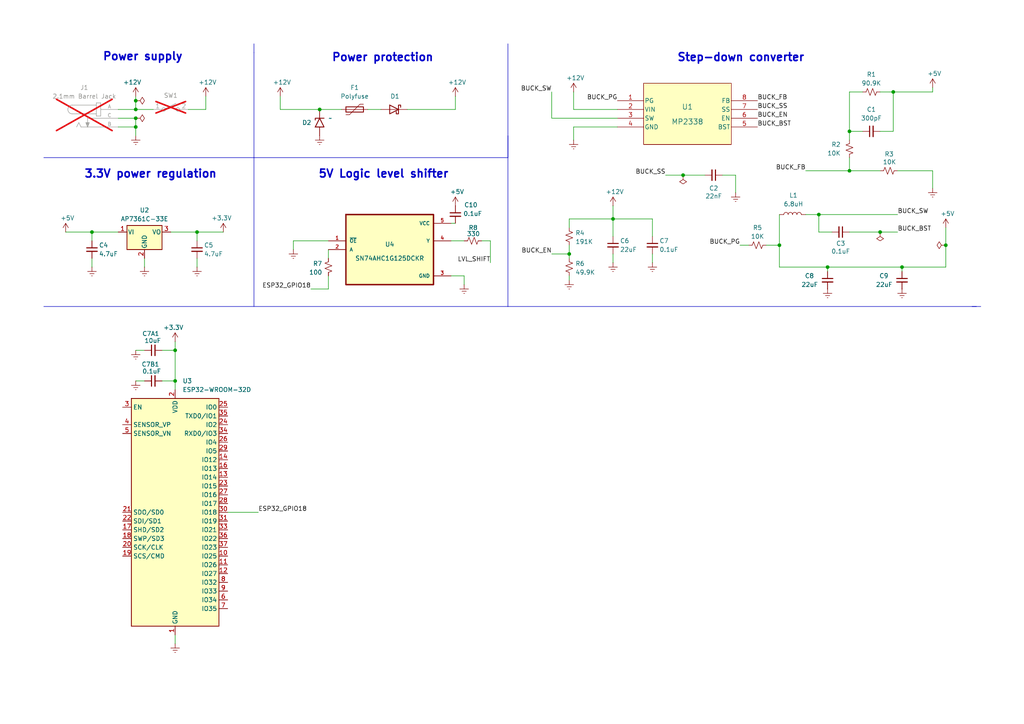
<source format=kicad_sch>
(kicad_sch (version 20250114) (generator "eeschema") (generator_version "9.0")
  (paper "A4")
  (title_block (title "LumenLab") (date "2025-08-31") (rev "v1") (comment 2 "             retro gaming and visual animations.") (comment 3 "Description: An interactive LED strip entertainment platform for") (comment 4 "Author: Eric McDaniel"))
  (lib_symbols
    (symbol "1_Custom_BarrelJack:54-00129" (pin_names (offset 1.016))
      (property "Reference" "J" (at -7.62 5.08 0))
      (property "Value" "54-00129" (at -7.62 -5.08 0))
      (symbol "54-00129_0_0"
        (polyline (pts (xy -8.255 3.81) (xy -1.27 3.81)) (stroke (width 0.1524)))
        (arc (start -8.255 1.27) (mid -9.5194 2.54) (end -8.255 3.81) (stroke (width 0.1524)))
        (polyline (pts (xy -6.35 -1.27) (xy -6.985 -2.54)) (stroke (width 0.1524)))
        (polyline (pts (xy -5.715 -2.54) (xy -6.35 -1.27)) (stroke (width 0.1524)))
        (polyline (pts (xy -3.81 0) (xy -3.81 -2.54)) (stroke (width 0.1524)))
        (polyline (pts (xy -3.81 -2.54) (xy -4.318 -1.27) (xy -3.302 -1.27) (xy -3.81 -2.54)) (stroke (width 0.1524)) (fill (type outline)))
        (polyline (pts (xy -1.27 4.445) (xy -1.27 3.81)) (stroke (width 0.1524)))
        (polyline (pts (xy -1.27 3.81) (xy -1.27 1.27)) (stroke (width 0.1524)))
        (polyline (pts (xy -1.27 1.27) (xy -8.255 1.27)) (stroke (width 0.1524)))
        (polyline (pts (xy -1.27 1.27) (xy -1.27 0.635)) (stroke (width 0.1524)))
        (polyline (pts (xy -1.27 0.635) (xy 0 0.635)) (stroke (width 0.1524)))
        (polyline (pts (xy 0 4.445) (xy -1.27 4.445)) (stroke (width 0.1524)))
        (polyline (pts (xy 0 0.635) (xy 0 4.445)) (stroke (width 0.1524)))
        (polyline (pts (xy 0 0) (xy -3.81 0)) (stroke (width 0.1524)))
        (polyline (pts (xy 0 -2.54) (xy -5.715 -2.54)) (stroke (width 0.1524)))
        (pin passive line (at 5.08 2.54 180) (length 5.08) (name "~") (number "A"))
        (pin passive line (at 5.08 0 180) (length 5.08) (name "~") (number "C"))
        (pin passive line (at 5.08 -2.54 180) (length 5.08) (name "~") (number "B"))
      )
    )
    (symbol "1_Custom_MP2338:MP2338GTL-Z" (pin_names (offset 0.254))
      (property "Reference" "U1" (at 20.32 -1.778 0))
      (property "Value" "MP2338" (at 20.32 -6.096 0))
      (symbol "MP2338GTL-Z_0_1"
        (polyline (pts (xy 7.62 5.08) (xy 7.62 -12.7)) (stroke (width 0.127)))
        (polyline (pts (xy 7.62 -12.7) (xy 33.02 -12.7)) (stroke (width 0.127)))
        (polyline (pts (xy 33.02 5.08) (xy 7.62 5.08)) (stroke (width 0.127)))
        (polyline (pts (xy 33.02 -12.7) (xy 33.02 5.08)) (stroke (width 0.127)))
        (pin output line (at 0 0 0) (length 7.62) (name "PG") (number "1"))
        (pin power_in line (at 0 -2.54 0) (length 7.62) (name "VIN") (number "2"))
        (pin power_in line (at 0 -7.62 0) (length 7.62) (name "GND") (number "4"))
        (pin input line (at 40.64 -5.08 180) (length 7.62) (name "EN") (number "6"))
        (pin power_in line (at 40.64 -7.62 180) (length 7.62) (name "BST") (number "5"))
      )
      (symbol "MP2338GTL-Z_1_1"
        (rectangle (start 7.62 5.08) (end 33.02 -12.7) (fill (type color) (color 255 255 194 1)))
        (pin power_out line (at 0 -5.08 0) (length 7.62) (name "SW") (number "3"))
        (pin input line (at 40.64 0 180) (length 7.62) (name "FB") (number "8"))
        (pin passive line (at 40.64 -2.54 180) (length 7.62) (name "SS") (number "7"))
      )
    )
    (symbol "1_Custom_SN74AHC1G125DCKR:SN74AHC1G125DCKR" (pin_names (offset 1.016))
      (property "Reference" "U" (at -12.7 11.16 0))
      (property "Value" "SN74AHC1G125DCKR" (at -12.7 -14.16 0))
      (symbol "SN74AHC1G125DCKR_0_0"
        (rectangle (start -12.7 -10.16) (end 12.7 10.16) (stroke (width 0.41)) (fill (type background)))
        (pin input line (at -17.78 2.54 0) (length 5.08) (name "~{OE}") (number "1"))
        (pin input line (at -17.78 0 0) (length 5.08) (name "A") (number "2"))
        (pin power_in line (at 17.78 7.62 180) (length 5.08) (name "VCC") (number "5"))
        (pin output line (at 17.78 2.54 180) (length 5.08) (name "Y") (number "4"))
        (pin power_in line (at 17.78 -7.62 180) (length 5.08) (name "GND") (number "3"))
      )
    )
    (symbol "Device:C_Small" (pin_numbers (hide yes)) (pin_names (offset 0.254) (hide yes))
      (property "Reference" "C" (at 0.254 1.778 0))
      (property "Value" "C_Small" (at 0.254 -2.032 0))
      (symbol "C_Small_0_1"
        (polyline (pts (xy -1.524 0.508) (xy 1.524 0.508)) (stroke (width 0.3048)))
        (polyline (pts (xy -1.524 -0.508) (xy 1.524 -0.508)) (stroke (width 0.3302)))
      )
      (symbol "C_Small_1_1"
        (pin passive line (at 0 2.54 270) (length 2.032) (name "~") (number "1"))
        (pin passive line (at 0 -2.54 90) (length 2.032) (name "~") (number "2"))
      )
    )
    (symbol "Device:L" (pin_numbers (hide yes)) (pin_names (offset 1.016) (hide yes))
      (property "Reference" "L" (at -1.27 0 90))
      (property "Value" "L" (at 1.905 0 90))
      (symbol "L_0_1"
        (arc (start 0 2.54) (mid 0.6323 1.905) (end 0 1.27))
        (arc (start 0 1.27) (mid 0.6323 0.635) (end 0 0))
        (arc (start 0 0) (mid 0.6323 -0.635) (end 0 -1.27))
        (arc (start 0 -1.27) (mid 0.6323 -1.905) (end 0 -2.54))
      )
      (symbol "L_1_1"
        (pin passive line (at 0 3.81 270) (length 1.27) (name "1") (number "1"))
        (pin passive line (at 0 -3.81 90) (length 1.27) (name "2") (number "2"))
      )
    )
    (symbol "Device:Polyfuse" (pin_numbers (hide yes)) (pin_names (offset 0))
      (property "Reference" "F" (at -2.54 0 90))
      (property "Value" "Polyfuse" (at 2.54 0 90))
      (symbol "Polyfuse_0_1"
        (polyline (pts (xy -1.524 2.54) (xy -1.524 1.524) (xy 1.524 -1.524) (xy 1.524 -2.54)))
        (rectangle (start -0.762 2.54) (end 0.762 -2.54) (stroke (width 0.254)))
        (polyline (pts (xy 0 2.54) (xy 0 -2.54)))
      )
      (symbol "Polyfuse_1_1"
        (pin passive line (at 0 3.81 270) (length 1.27) (name "~") (number "1"))
        (pin passive line (at 0 -3.81 90) (length 1.27) (name "~") (number "2"))
      )
    )
    (symbol "Device:R_Small_US" (pin_numbers (hide yes)) (pin_names (offset 0.254) (hide yes))
      (property "Reference" "R" (at 0.762 0.508 0))
      (property "Value" "R_Small_US" (at 0.762 -1.016 0))
      (symbol "R_Small_US_1_1"
        (polyline (pts (xy 0 1.524) (xy 1.016 1.143) (xy 0 0.762) (xy -1.016 0.381) (xy 0 0)))
        (polyline (pts (xy 0 0) (xy 1.016 -0.381) (xy 0 -0.762) (xy -1.016 -1.143) (xy 0 -1.524)))
        (pin passive line (at 0 2.54 270) (length 1.016) (name "~") (number "1"))
        (pin passive line (at 0 -2.54 90) (length 1.016) (name "~") (number "2"))
      )
    )
    (symbol "Diode:1.5SMCxxA" (pin_numbers (hide yes)) (pin_names (offset 1.016) (hide yes))
      (property "Reference" "D" (at 0 2.54 0))
      (property "Value" "1.5SMCxxA" (at 0 -2.54 0))
      (symbol "1.5SMCxxA_0_1"
        (polyline (pts (xy -0.762 1.27) (xy -1.27 1.27) (xy -1.27 -1.27)) (stroke (width 0.254)))
        (polyline (pts (xy 1.27 1.27) (xy 1.27 -1.27) (xy -1.27 0) (xy 1.27 1.27)) (stroke (width 0.254)))
      )
      (symbol "1.5SMCxxA_1_1"
        (pin passive line (at -3.81 0 0) (length 2.54) (name "A1") (number "1"))
        (pin passive line (at 3.81 0 180) (length 2.54) (name "A2") (number "2"))
      )
    )
    (symbol "Diode:SS34" (pin_numbers (hide yes)) (pin_names (offset 1.016) (hide yes))
      (property "Reference" "D" (at 0 2.54 0))
      (property "Value" "SS34" (at 0 -2.54 0))
      (symbol "SS34_0_1"
        (polyline (pts (xy -1.905 0.635) (xy -1.905 1.27) (xy -1.27 1.27) (xy -1.27 -1.27) (xy -0.635 -1.27) (xy -0.635 -0.635)) (stroke (width 0.254)))
        (polyline (pts (xy 1.27 1.27) (xy 1.27 -1.27) (xy -1.27 0) (xy 1.27 1.27)) (stroke (width 0.254)))
        (polyline (pts (xy 1.27 0) (xy -1.27 0)))
      )
      (symbol "SS34_1_1"
        (pin passive line (at -3.81 0 0) (length 2.54) (name "K") (number "1"))
        (pin passive line (at 3.81 0 180) (length 2.54) (name "A") (number "2"))
      )
    )
    (symbol "RF_Module:ESP32-WROOM-32D"
      (property "Reference" "U" (at -12.7 34.29 0))
      (property "Value" "ESP32-WROOM-32D" (at 1.27 34.29 0))
      (symbol "ESP32-WROOM-32D_0_1"
        (rectangle (start -12.7 33.02) (end 12.7 -33.02) (stroke (width 0.254)) (fill (type background)))
      )
      (symbol "ESP32-WROOM-32D_1_1"
        (pin input line (at -15.24 30.48 0) (length 2.54) (name "EN") (number "3"))
        (pin input line (at -15.24 25.4 0) (length 2.54) (name "SENSOR_VP") (number "4"))
        (pin input line (at -15.24 22.86 0) (length 2.54) (name "SENSOR_VN") (number "5"))
        (pin bidirectional line (at -15.24 0 0) (length 2.54) (name "SDO/SD0") (number "21"))
        (pin bidirectional line (at -15.24 -2.54 0) (length 2.54) (name "SDI/SD1") (number "22"))
        (pin bidirectional line (at -15.24 -5.08 0) (length 2.54) (name "SHD/SD2") (number "17"))
        (pin bidirectional line (at -15.24 -7.62 0) (length 2.54) (name "SWP/SD3") (number "18"))
        (pin bidirectional line (at -15.24 -10.16 0) (length 2.54) (name "SCK/CLK") (number "20"))
        (pin bidirectional line (at -15.24 -12.7 0) (length 2.54) (name "SCS/CMD") (number "19"))
        (pin no_connect line (at -12.7 -27.94 0) (length 2.54) (hide yes) (name "NC") (number "32"))
        (pin power_in line (at 0 35.56 270) (length 2.54) (name "VDD") (number "2"))
        (pin power_in line (at 0 -35.56 90) (length 2.54) (name "GND") (number "1"))
        (pin passive line (at 0 -35.56 90) (length 2.54) (hide yes) (name "GND") (number "15"))
        (pin passive line (at 0 -35.56 90) (length 2.54) (hide yes) (name "GND") (number "38"))
        (pin passive line (at 0 -35.56 90) (length 2.54) (hide yes) (name "GND") (number "39"))
        (pin bidirectional line (at 15.24 30.48 180) (length 2.54) (name "IO0") (number "25"))
        (pin bidirectional line (at 15.24 27.94 180) (length 2.54) (name "TXD0/IO1") (number "35"))
        (pin bidirectional line (at 15.24 25.4 180) (length 2.54) (name "IO2") (number "24"))
        (pin bidirectional line (at 15.24 22.86 180) (length 2.54) (name "RXD0/IO3") (number "34"))
        (pin bidirectional line (at 15.24 20.32 180) (length 2.54) (name "IO4") (number "26"))
        (pin bidirectional line (at 15.24 17.78 180) (length 2.54) (name "IO5") (number "29"))
        (pin bidirectional line (at 15.24 15.24 180) (length 2.54) (name "IO12") (number "14"))
        (pin bidirectional line (at 15.24 12.7 180) (length 2.54) (name "IO13") (number "16"))
        (pin bidirectional line (at 15.24 10.16 180) (length 2.54) (name "IO14") (number "13"))
        (pin bidirectional line (at 15.24 7.62 180) (length 2.54) (name "IO15") (number "23"))
        (pin bidirectional line (at 15.24 5.08 180) (length 2.54) (name "IO16") (number "27"))
        (pin bidirectional line (at 15.24 2.54 180) (length 2.54) (name "IO17") (number "28"))
        (pin bidirectional line (at 15.24 0 180) (length 2.54) (name "IO18") (number "30"))
        (pin bidirectional line (at 15.24 -2.54 180) (length 2.54) (name "IO19") (number "31"))
        (pin bidirectional line (at 15.24 -5.08 180) (length 2.54) (name "IO21") (number "33"))
        (pin bidirectional line (at 15.24 -7.62 180) (length 2.54) (name "IO22") (number "36"))
        (pin bidirectional line (at 15.24 -10.16 180) (length 2.54) (name "IO23") (number "37"))
        (pin bidirectional line (at 15.24 -12.7 180) (length 2.54) (name "IO25") (number "10"))
        (pin bidirectional line (at 15.24 -15.24 180) (length 2.54) (name "IO26") (number "11"))
        (pin bidirectional line (at 15.24 -17.78 180) (length 2.54) (name "IO27") (number "12"))
        (pin bidirectional line (at 15.24 -20.32 180) (length 2.54) (name "IO32") (number "8"))
        (pin bidirectional line (at 15.24 -22.86 180) (length 2.54) (name "IO33") (number "9"))
        (pin input line (at 15.24 -25.4 180) (length 2.54) (name "IO34") (number "6"))
        (pin input line (at 15.24 -27.94 180) (length 2.54) (name "IO35") (number "7"))
      )
    )
    (symbol "Regulator_Linear:AP7361C-33E" (pin_names (offset 0.254))
      (property "Reference" "U" (at -3.81 3.175 0))
      (property "Value" "AP7361C-33E" (at 0 3.175 0))
      (symbol "AP7361C-33E_0_1"
        (rectangle (start -5.08 -5.08) (end 5.08 1.905) (stroke (width 0.254)) (fill (type background)))
      )
      (symbol "AP7361C-33E_1_1"
        (pin power_in line (at -7.62 0 0) (length 2.54) (name "VI") (number "1"))
        (pin power_in line (at 0 -7.62 90) (length 2.54) (name "GND") (number "2"))
        (pin power_out line (at 7.62 0 180) (length 2.54) (name "VO") (number "3"))
      )
    )
    (symbol "Switch:SW_SPST" (pin_names (offset 0) (hide yes))
      (property "Reference" "SW" (at 0 3.175 0))
      (property "Value" "SW_SPST" (at 0 -2.54 0))
      (symbol "SW_SPST_0_0"
        (circle (center -2.032 0) (radius 0.508))
        (polyline (pts (xy -1.524 0.254) (xy 1.524 1.778)))
        (circle (center 2.032 0) (radius 0.508))
      )
      (symbol "SW_SPST_1_1"
        (pin passive line (at -5.08 0 0) (length 2.54) (name "A") (number "1"))
        (pin passive line (at 5.08 0 180) (length 2.54) (name "B") (number "2"))
      )
    )
    (symbol "power:+12V" (power) (pin_numbers (hide yes)) (pin_names (offset 0) (hide yes))
      (property "Value" "+12V" (at 0 3.556 0))
      (symbol "+12V_0_1"
        (polyline (pts (xy -0.762 1.27) (xy 0 2.54)))
        (polyline (pts (xy 0 2.54) (xy 0.762 1.27)))
        (polyline (pts (xy 0 0) (xy 0 2.54)))
      )
      (symbol "+12V_1_1"
        (pin power_in line (at 0 0 90) (length 0) (name "~") (number "1"))
      )
    )
    (symbol "power:Earth" (power) (pin_numbers (hide yes)) (pin_names (offset 0) (hide yes))
      (property "Value" "Earth" (at 0 -3.81 0))
      (symbol "Earth_0_1"
        (polyline (pts (xy -0.635 -1.905) (xy 0.635 -1.905)))
        (polyline (pts (xy -0.127 -2.54) (xy 0.127 -2.54)))
        (polyline (pts (xy 0 -1.27) (xy 0 0)))
        (polyline (pts (xy 1.27 -1.27) (xy -1.27 -1.27)))
      )
      (symbol "Earth_1_1"
        (pin power_in line (at 0 0 270) (length 0) (name "~") (number "1"))
      )
    )
    (symbol "power:PWR_FLAG" (power) (pin_numbers (hide yes)) (pin_names (offset 0) (hide yes))
      (property "Value" "PWR_FLAG" (at 0 3.81 0))
      (symbol "PWR_FLAG_0_0"
        (pin power_out line (at 0 0 90) (length 0) (name "~") (number "1"))
      )
      (symbol "PWR_FLAG_0_1"
        (polyline (pts (xy 0 0) (xy 0 1.27) (xy -1.016 1.905) (xy 0 2.54) (xy 1.016 1.905) (xy 0 1.27)))
      )
    )
  )
  (text "Power supply" (at 41.402 16.51 0) (effects (font (size 2.286 2.286) (thickness 0.4572) (bold yes))))
  (text "Step-down converter" (at 214.884 16.764 0) (effects (font (size 2.286 2.286) (thickness 0.4572) (bold yes))))
  (text "Power protection" (at 110.998 16.764 0) (effects (font (size 2.286 2.286) (thickness 0.4572) (bold yes))))
  (text "5V Logic level shifter" (at 111.252 50.546 0) (effects (font (size 2.286 2.286) (thickness 0.4572) (bold yes))))
  (text "3.3V power regulation" (at 43.688 50.546 0) (effects (font (size 2.286 2.286) (thickness 0.4572) (bold yes))))
  (junction (at 39.37 29.21))
  (junction (at 259.08 26.67))
  (junction (at 226.06 71.12))
  (junction (at 255.27 67.31))
  (junction (at 92.71 31.75))
  (junction (at 26.67 67.31))
  (junction (at 237.49 62.23))
  (junction (at 177.8 63.5))
  (junction (at 240.03 77.47))
  (junction (at 57.15 67.31))
  (junction (at 198.12 50.8))
  (junction (at 246.38 38.1))
  (junction (at 39.37 34.29))
  (junction (at 39.37 36.83))
  (junction (at 165.1 73.66))
  (junction (at 246.38 49.53))
  (junction (at 50.8 110.49))
  (junction (at 50.8 101.6))
  (junction (at 261.62 77.47))
  (junction (at 39.37 31.75))
  (junction (at 274.32 71.12))
  (wire (pts (xy 226.06 62.23) (xy 226.06 71.12)))
  (wire (pts (xy 213.36 50.8) (xy 209.55 50.8)))
  (wire (pts (xy 226.06 71.12) (xy 226.06 77.47)))
  (wire (pts (xy 274.32 71.12) (xy 274.32 77.47)))
  (wire (pts (xy 132.08 27.94) (xy 132.08 31.75)))
  (wire (pts (xy 59.69 31.75) (xy 54.61 31.75)))
  (wire (pts (xy 213.36 55.88) (xy 213.36 50.8)))
  (wire (pts (xy 66.04 148.59) (xy 74.93 148.59)))
  (wire (pts (xy 260.35 49.53) (xy 270.51 49.53)))
  (wire (pts (xy 34.29 34.29) (xy 39.37 34.29)))
  (wire (pts (xy 85.09 69.85) (xy 95.25 69.85)))
  (wire (pts (xy 270.51 25.4) (xy 270.51 26.67)))
  (wire (pts (xy 246.38 49.53) (xy 255.27 49.53)))
  (wire (pts (xy 106.68 31.75) (xy 110.49 31.75)))
  (wire (pts (xy 237.49 62.23) (xy 237.49 67.31)))
  (wire (pts (xy 246.38 40.64) (xy 246.38 38.1)))
  (wire (pts (xy 130.81 64.77) (xy 132.08 64.77)))
  (wire (pts (xy 49.53 67.31) (xy 57.15 67.31)))
  (wire (pts (xy 165.1 73.66) (xy 165.1 74.93)))
  (wire (pts (xy 59.69 27.94) (xy 59.69 31.75)))
  (wire (pts (xy 50.8 184.15) (xy 50.8 186.69)))
  (wire (pts (xy 189.23 63.5) (xy 189.23 68.58)))
  (wire (pts (xy 166.37 40.64) (xy 166.37 36.83)))
  (wire (pts (xy 189.23 73.66) (xy 189.23 76.2)))
  (wire (pts (xy 39.37 101.6) (xy 41.91 101.6)))
  (wire (pts (xy 81.28 27.94) (xy 81.28 31.75)))
  (wire (pts (xy 57.15 77.47) (xy 57.15 74.93)))
  (wire (pts (xy 246.38 38.1) (xy 250.19 38.1)))
  (wire (pts (xy 255.27 38.1) (xy 259.08 38.1)))
  (polyline (pts (xy 73.66 12.7) (xy 73.66 15.24)))
  (wire (pts (xy 50.8 99.06) (xy 50.8 101.6)))
  (wire (pts (xy 19.05 67.31) (xy 26.67 67.31)))
  (wire (pts (xy 165.1 63.5) (xy 177.8 63.5)))
  (wire (pts (xy 34.29 31.75) (xy 39.37 31.75)))
  (wire (pts (xy 160.02 26.67) (xy 160.02 34.29)))
  (polyline (pts (xy 73.66 45.72) (xy 73.66 88.9)))
  (wire (pts (xy 166.37 36.83) (xy 179.07 36.83)))
  (wire (pts (xy 166.37 31.75) (xy 179.07 31.75)))
  (wire (pts (xy 193.04 50.8) (xy 198.12 50.8)))
  (wire (pts (xy 166.37 31.75) (xy 166.37 26.67)))
  (wire (pts (xy 95.25 80.01) (xy 95.25 83.82)))
  (wire (pts (xy 177.8 63.5) (xy 177.8 68.58)))
  (wire (pts (xy 233.68 62.23) (xy 237.49 62.23)))
  (wire (pts (xy 177.8 63.5) (xy 189.23 63.5)))
  (wire (pts (xy 177.8 59.69) (xy 177.8 63.5)))
  (wire (pts (xy 165.1 66.04) (xy 165.1 63.5)))
  (wire (pts (xy 198.12 50.8) (xy 204.47 50.8)))
  (wire (pts (xy 34.29 36.83) (xy 39.37 36.83)))
  (wire (pts (xy 255.27 67.31) (xy 260.35 67.31)))
  (wire (pts (xy 165.1 71.12) (xy 165.1 73.66)))
  (wire (pts (xy 50.8 110.49) (xy 50.8 113.03)))
  (wire (pts (xy 39.37 31.75) (xy 44.45 31.75)))
  (wire (pts (xy 39.37 36.83) (xy 39.37 39.37)))
  (wire (pts (xy 39.37 110.49) (xy 41.91 110.49)))
  (wire (pts (xy 222.25 71.12) (xy 226.06 71.12)))
  (wire (pts (xy 46.99 110.49) (xy 50.8 110.49)))
  (wire (pts (xy 160.02 34.29) (xy 179.07 34.29)))
  (wire (pts (xy 274.32 66.04) (xy 274.32 71.12)))
  (wire (pts (xy 246.38 45.72) (xy 246.38 49.53)))
  (wire (pts (xy 259.08 26.67) (xy 270.51 26.67)))
  (polyline (pts (xy 281.94 88.9) (xy 284.48 88.9)))
  (wire (pts (xy 50.8 101.6) (xy 50.8 110.49)))
  (wire (pts (xy 139.7 69.85) (xy 142.24 69.85)))
  (wire (pts (xy 130.81 80.01) (xy 134.62 80.01)))
  (wire (pts (xy 240.03 77.47) (xy 261.62 77.47)))
  (wire (pts (xy 118.11 31.75) (xy 132.08 31.75)))
  (polyline (pts (xy 73.66 45.72) (xy 147.32 45.72)))
  (wire (pts (xy 130.81 69.85) (xy 134.62 69.85)))
  (polyline (pts (xy 12.7 45.72) (xy 73.66 45.72)))
  (wire (pts (xy 39.37 31.75) (xy 39.37 29.21)))
  (wire (pts (xy 270.51 54.61) (xy 270.51 49.53)))
  (wire (pts (xy 177.8 73.66) (xy 177.8 76.2)))
  (wire (pts (xy 142.24 69.85) (xy 142.24 76.2)))
  (wire (pts (xy 165.1 80.01) (xy 165.1 81.28)))
  (wire (pts (xy 214.63 71.12) (xy 217.17 71.12)))
  (wire (pts (xy 134.62 80.01) (xy 134.62 82.55)))
  (wire (pts (xy 261.62 78.74) (xy 261.62 77.47)))
  (wire (pts (xy 246.38 26.67) (xy 250.19 26.67)))
  (wire (pts (xy 90.17 83.82) (xy 95.25 83.82)))
  (polyline (pts (xy 147.32 88.9) (xy 283.21 88.9)))
  (polyline (pts (xy 73.66 15.24) (xy 73.66 45.72)))
  (wire (pts (xy 81.28 31.75) (xy 92.71 31.75)))
  (wire (pts (xy 92.71 31.75) (xy 99.06 31.75)))
  (wire (pts (xy 41.91 77.47) (xy 41.91 74.93)))
  (polyline (pts (xy 147.32 39.37) (xy 147.32 88.9)))
  (wire (pts (xy 57.15 69.85) (xy 57.15 67.31)))
  (wire (pts (xy 64.77 67.31) (xy 57.15 67.31)))
  (wire (pts (xy 259.08 38.1) (xy 259.08 26.67)))
  (wire (pts (xy 26.67 67.31) (xy 34.29 67.31)))
  (wire (pts (xy 26.67 77.47) (xy 26.67 74.93)))
  (wire (pts (xy 226.06 77.47) (xy 240.03 77.47)))
  (wire (pts (xy 95.25 72.39) (xy 95.25 74.93)))
  (wire (pts (xy 85.09 72.39) (xy 85.09 69.85)))
  (wire (pts (xy 246.38 67.31) (xy 255.27 67.31)))
  (wire (pts (xy 46.99 101.6) (xy 50.8 101.6)))
  (wire (pts (xy 261.62 77.47) (xy 274.32 77.47)))
  (wire (pts (xy 237.49 62.23) (xy 260.35 62.23)))
  (wire (pts (xy 26.67 69.85) (xy 26.67 67.31)))
  (wire (pts (xy 160.02 73.66) (xy 165.1 73.66)))
  (wire (pts (xy 246.38 38.1) (xy 246.38 26.67)))
  (wire (pts (xy 39.37 34.29) (xy 39.37 36.83)))
  (wire (pts (xy 237.49 67.31) (xy 241.3 67.31)))
  (wire (pts (xy 255.27 26.67) (xy 259.08 26.67)))
  (wire (pts (xy 233.68 49.53) (xy 246.38 49.53)))
  (wire (pts (xy 39.37 29.21) (xy 39.37 27.94)))
  (polyline (pts (xy 12.7 88.9) (xy 147.32 88.9)))
  (polyline (pts (xy 147.32 12.7) (xy 147.32 45.72)))
  (wire (pts (xy 240.03 78.74) (xy 240.03 77.47)))
  (label "BUCK_BST" (at 260.35 67.31 0))
  (label "BUCK_SW" (at 260.35 62.23 0))
  (label "BUCK_SW" (at 160.02 26.67 180))
  (label "ESP32_GPIO18" (at 74.93 148.59 0))
  (label "BUCK_PG" (at 179.07 29.21 180))
  (label "BUCK_FB" (at 233.68 49.53 180))
  (label "BUCK_SS" (at 193.04 50.8 180))
  (label "BUCK_PG" (at 214.63 71.12 180))
  (label "BUCK_FB" (at 219.71 29.21 0))
  (label "ESP32_GPIO18" (at 90.17 83.82 180))
  (label "BUCK_BST" (at 219.71 36.83 0))
  (label "BUCK_EN" (at 219.71 34.29 0))
  (label "LVL_SHIFT" (at 142.24 76.2 180))
  (label "BUCK_SS" (at 219.71 31.75 0))
  (label "BUCK_EN" (at 160.02 73.66 180))
  (symbol (lib_id "Device:C_Small") (at 177.8 71.12 0) (unit 1)
    (property "Reference" "C6" (at 179.832 69.85 0) (effects (justify left)))
    (property "Value" "22uF" (at 179.832 72.39 0) (effects (justify left)))
    (property "Footprint" "Capacitor_SMD:C_1210_3225Metric_Pad1.33x2.70mm_HandSolder" (effects (hide yes)))
    (property "Description" "Unpolarized capacitor, small symbol" (effects (hide yes)))
  )
  (symbol (lib_id "power:PWR_FLAG") (at 274.32 71.12 90) (unit 1)
    (property "Reference" "#FLG05" (effects (hide yes)))
    (property "Value" "PWR_FLAG" (effects (hide yes)))
    (property "Description" "Special symbol for telling ERC where power comes from" (effects (hide yes)))
  )
  (symbol (lib_id "Device:R_Small_US") (at 257.81 49.53 90) (unit 1)
    (property "Reference" "R3" (at 256.54 44.704 90) (effects (justify right)))
    (property "Value" "10K" (at 256.032 46.99 90) (effects (justify right)))
    (property "Footprint" "Resistor_SMD:R_0603_1608Metric_Pad0.98x0.95mm_HandSolder" (effects (hide yes)))
    (property "Description" "Resistor, small US symbol" (effects (hide yes)))
  )
  (symbol (lib_id "Device:C_Small") (at 44.45 110.49 90) (unit 1)
    (property "Reference" "C7B1" (at 46.228 105.664 90) (effects (justify left)))
    (property "Value" "0.1uF" (at 46.736 107.696 90) (effects (justify left)))
    (property "Footprint" "Capacitor_SMD:C_1210_3225Metric_Pad1.33x2.70mm_HandSolder" (effects (hide yes)))
    (property "Description" "Unpolarized capacitor, small symbol" (effects (hide yes)))
  )
  (symbol (lib_id "Device:C_Small") (at 26.67 72.39 0) (unit 1)
    (property "Reference" "C4" (at 28.702 71.12 0) (effects (justify left)))
    (property "Value" "4.7uF" (at 28.702 73.66 0) (effects (justify left)))
    (property "Footprint" "Capacitor_SMD:C_0603_1608Metric_Pad1.08x0.95mm_HandSolder" (effects (hide yes)))
    (property "Description" "Unpolarized capacitor, small symbol" (effects (hide yes)))
  )
  (symbol (lib_id "power:+12V") (at 59.69 27.94 0) (unit 1)
    (property "Reference" "#PWR04" (effects (hide yes)))
    (property "Value" "+12V" (at 60.198 23.876 0))
    (property "Description" "Power symbol creates a global label with name \"+12V\"" (effects (hide yes)))
  )
  (symbol (lib_id "1_Custom_MP2338:MP2338GTL-Z") (at 179.07 29.21 0) (unit 1)
    (property "Reference" "U1" (at 199.39 30.988 0) (effects (font (size 1.524 1.524))))
    (property "Value" "MP2338" (at 199.39 35.306 0) (effects (font (size 1.524 1.524))))
    (property "Footprint" "SOT583_MP2338_MNP" (effects (hide yes)))
    (property "Datasheet" "https://www.monolithicpower.com/en/documentview/productdocument/index/version/2/document_type/Datasheet/lang/en/sku/MP2338GTL" (effects (hide yes)))
  )
  (symbol (lib_id "Device:C_Small") (at 189.23 71.12 0) (unit 1)
    (property "Reference" "C7" (at 191.262 69.85 0) (effects (justify left)))
    (property "Value" "0.1uF" (at 191.262 72.39 0) (effects (justify left)))
    (property "Footprint" "Capacitor_SMD:C_0603_1608Metric_Pad1.08x0.95mm_HandSolder" (effects (hide yes)))
    (property "Description" "Unpolarized capacitor, small symbol" (effects (hide yes)))
  )
  (symbol (lib_id "Device:L") (at 229.87 62.23 90) (unit 1)
    (property "Reference" "L1" (at 230.124 56.642 90))
    (property "Value" "6.8uH" (at 230.124 59.182 90))
    (property "Footprint" "Inductor_SMD:L_Bourns_SRP5030T" (effects (hide yes)))
    (property "Description" "Inductor" (effects (hide yes)))
  )
  (symbol (lib_id "Regulator_Linear:AP7361C-33E") (at 41.91 67.31 0) (unit 1)
    (property "Reference" "U2" (at 41.91 60.96 0))
    (property "Value" "AP7361C-33E" (at 41.91 63.5 0))
    (property "Footprint" "Package_TO_SOT_SMD:SOT-223-3_TabPin2" (effects (hide yes)))
    (property "Datasheet" "https://www.diodes.com/assets/Datasheets/AP7361C.pdf" (effects (hide yes)))
    (property "Description" "1A Low Dropout regulator, positive, 3.3V fixed output, SOT-223" (effects (hide yes)))
  )
  (symbol (lib_id "power:+12V") (at 177.8 59.69 0) (unit 1)
    (property "Reference" "#PWR010" (effects (hide yes)))
    (property "Value" "+12V" (at 178.308 55.626 0))
    (property "Description" "Power symbol creates a global label with name \"+12V\"" (effects (hide yes)))
  )
  (symbol (lib_id "power:Earth") (at 41.91 77.47 0) (unit 1)
    (property "Reference" "#GND04" (effects (hide yes)))
    (property "Value" "GND" (effects (hide yes)))
    (property "Description" "Power symbol creates a global label with name \"Earth\"" (effects (hide yes)))
  )
  (symbol (lib_id "Device:C_Small") (at 207.01 50.8 270) (unit 1)
    (property "Reference" "C2" (at 207.0037 54.61 90))
    (property "Value" "22nF" (at 207.01 56.896 90))
    (property "Footprint" "Capacitor_SMD:C_0603_1608Metric_Pad1.08x0.95mm_HandSolder" (effects (hide yes)))
    (property "Description" "Unpolarized capacitor, small symbol" (effects (hide yes)))
  )
  (symbol (lib_id "Device:C_Small") (at 132.08 62.23 0) (unit 1)
    (property "Reference" "C10" (at 134.62 59.436 0) (effects (justify left)))
    (property "Value" "0.1uF" (at 134.366 61.976 0) (effects (justify left)))
    (property "Footprint" "Capacitor_SMD:C_1210_3225Metric_Pad1.33x2.70mm_HandSolder" (effects (hide yes)))
    (property "Description" "Unpolarized capacitor, small symbol" (effects (hide yes)))
  )
  (symbol (lib_id "power:Earth") (at 39.37 101.6 0) (unit 1)
    (property "Reference" "#GND06" (effects (hide yes)))
    (property "Value" "GND" (effects (hide yes)))
    (property "Description" "Power symbol creates a global label with name \"Earth\"" (effects (hide yes)))
  )
  (symbol (lib_id "power:Earth") (at 26.67 77.47 0) (unit 1)
    (property "Reference" "#GND03" (effects (hide yes)))
    (property "Value" "GND" (effects (hide yes)))
    (property "Description" "Power symbol creates a global label with name \"Earth\"" (effects (hide yes)))
  )
  (symbol (lib_id "power:Earth") (at 39.37 39.37 0) (unit 1)
    (property "Reference" "#GND01" (effects (hide yes)))
    (property "Value" "GND" (effects (hide yes)))
    (property "Description" "Power symbol creates a global label with name \"Earth\"" (effects (hide yes)))
  )
  (symbol (lib_id "Device:C_Small") (at 240.03 81.28 0) (unit 1)
    (property "Reference" "C8" (at 233.426 80.01 0) (effects (justify left)))
    (property "Value" "22uF" (at 232.41 82.55 0) (effects (justify left)))
    (property "Footprint" "Capacitor_SMD:C_1210_3225Metric_Pad1.33x2.70mm_HandSolder" (effects (hide yes)))
    (property "Description" "Unpolarized capacitor, small symbol" (effects (hide yes)))
  )
  (symbol (lib_id "power:+12V") (at 39.37 27.94 0) (unit 1)
    (property "Reference" "#PWR03" (effects (hide yes)))
    (property "Value" "+12V" (at 38.354 23.876 0))
    (property "Description" "Power symbol creates a global label with name \"+12V\"" (effects (hide yes)))
  )
  (symbol (lib_id "power:Earth") (at 92.71 39.37 0) (unit 1)
    (property "Reference" "#GND02" (effects (hide yes)))
    (property "Value" "GND" (effects (hide yes)))
    (property "Description" "Power symbol creates a global label with name \"Earth\"" (effects (hide yes)))
  )
  (symbol (lib_id "power:+12V") (at 274.32 66.04 0) (unit 1)
    (property "Reference" "#PWR011" (effects (hide yes)))
    (property "Value" "+5V" (at 274.828 61.976 0))
    (property "Description" "Power symbol creates a global label with name \"+12V\"" (effects (hide yes)))
  )
  (symbol (lib_id "power:+12V") (at 270.51 25.4 0) (unit 1)
    (property "Reference" "#PWR01" (effects (hide yes)))
    (property "Value" "+5V" (at 271.018 21.336 0))
    (property "Description" "Power symbol creates a global label with name \"+12V\"" (effects (hide yes)))
  )
  (symbol (lib_id "Device:R_Small_US") (at 219.71 71.12 90) (unit 1)
    (property "Reference" "R5" (at 219.71 66.04 90))
    (property "Value" "10K" (at 219.71 68.58 90))
    (property "Footprint" "Resistor_SMD:R_0603_1608Metric_Pad0.98x0.95mm_HandSolder" (effects (hide yes)))
    (property "Description" "Resistor, small US symbol" (effects (hide yes)))
  )
  (symbol (lib_id "power:Earth") (at 39.37 110.49 0) (unit 1)
    (property "Reference" "#GND07" (effects (hide yes)))
    (property "Value" "GND" (effects (hide yes)))
    (property "Description" "Power symbol creates a global label with name \"Earth\"" (effects (hide yes)))
  )
  (symbol (lib_id "Device:R_Small_US") (at 252.73 26.67 90) (unit 1)
    (property "Reference" "R1" (at 252.73 21.59 90))
    (property "Value" "90.9K" (at 252.73 24.13 90))
    (property "Footprint" "Resistor_SMD:R_0201_0603Metric" (effects (hide yes)))
    (property "Description" "Resistor, small US symbol" (effects (hide yes)))
  )
  (symbol (lib_id "Device:C_Small") (at 243.84 67.31 270) (unit 1)
    (property "Reference" "C3" (at 243.84 70.612 90))
    (property "Value" "0.1uF" (at 243.84 72.898 90))
    (property "Footprint" "Capacitor_SMD:C_0603_1608Metric_Pad1.08x0.95mm_HandSolder" (effects (hide yes)))
    (property "Description" "Unpolarized capacitor, small symbol" (effects (hide yes)))
  )
  (symbol (lib_id "1_Custom_BarrelJack:54-00129") (at 29.21 34.29 0) (unit 1) (dnp yes)
    (property "Reference" "J1" (at 24.4503 25.4 0))
    (property "Value" "2.1mm Barrel Jack" (at 24.4503 27.94 0))
    (property "Footprint" "Connector_BarrelJack:BarrelJack_GCT_DCJ200-10-A_Horizontal" (effects (hide yes)))
    (property "PARTREV" "A" (effects (hide yes)))
    (property "STANDARD" "IPC-7351B" (effects (hide yes)))
    (property "SNAPEDA_PN" "54-00129" (effects (hide yes)))
    (property "MAXIMUM_PACKAGE_HEIGHT" "10.8mm" (effects (hide yes)))
    (property "MANUFACTURER" "TENSILITY" (effects (hide yes)))
  )
  (symbol (lib_id "power:+12V") (at 64.77 67.31 0) (mirror y) (unit 1)
    (property "Reference" "#PWR013" (effects (hide yes)))
    (property "Value" "+3.3V" (at 64.262 63.246 0))
    (property "Description" "Power symbol creates a global label with name \"+12V\"" (effects (hide yes)))
  )
  (symbol (lib_id "RF_Module:ESP32-WROOM-32D") (at 50.8 148.59 0) (unit 1)
    (property "Reference" "U3" (at 52.9433 110.49 0) (effects (justify left)))
    (property "Value" "ESP32-WROOM-32D" (at 52.9433 113.03 0) (effects (justify left)))
    (property "Footprint" "RF_Module:ESP32-WROOM-32D" (effects (hide yes)))
    (property "Datasheet" "https://www.espressif.com/sites/default/files/documentation/esp32-wroom-32d_esp32-wroom-32u_datasheet_en.pdf" (effects (hide yes)))
    (property "Description" "RF Module, ESP32-D0WD SoC, Wi-Fi 802.11b/g/n, Bluetooth, BLE, 32-bit, 2.7-3.6V, onboard antenna, SMD" (effects (hide yes)))
  )
  (symbol (lib_id "1_Custom_SN74AHC1G125DCKR:SN74AHC1G125DCKR") (at 113.03 72.39 0) (unit 1)
    (property "Reference" "U4" (at 113.03 70.866 0))
    (property "Value" "SN74AHC1G125DCKR" (at 113.03 74.93 0))
    (property "Footprint" "SN74AHC1G125DCKR:SOT65P210X110-5N" (effects (hide yes)))
  )
  (symbol (lib_id "power:+12V") (at 132.08 27.94 0) (unit 1)
    (property "Reference" "#PWR06" (effects (hide yes)))
    (property "Value" "+12V" (at 132.588 23.876 0))
    (property "Description" "Power symbol creates a global label with name \"+12V\"" (effects (hide yes)))
  )
  (symbol (lib_id "power:Earth") (at 134.62 82.55 0) (unit 1)
    (property "Reference" "#GND09" (effects (hide yes)))
    (property "Value" "GND" (effects (hide yes)))
    (property "Description" "Power symbol creates a global label with name \"Earth\"" (effects (hide yes)))
  )
  (symbol (lib_id "power:PWR_FLAG") (at 255.27 67.31 0) (mirror x) (unit 1)
    (property "Reference" "#FLG04" (effects (hide yes)))
    (property "Value" "PWR_FLAG" (effects (hide yes)))
    (property "Description" "Special symbol for telling ERC where power comes from" (effects (hide yes)))
  )
  (symbol (lib_id "Device:C_Small") (at 57.15 72.39 0) (unit 1)
    (property "Reference" "C5" (at 59.182 71.12 0) (effects (justify left)))
    (property "Value" "4.7uF" (at 59.182 73.66 0) (effects (justify left)))
    (property "Footprint" "Capacitor_SMD:C_1210_3225Metric_Pad1.33x2.70mm_HandSolder" (effects (hide yes)))
    (property "Description" "Unpolarized capacitor, small symbol" (effects (hide yes)))
  )
  (symbol (lib_id "power:PWR_FLAG") (at 39.37 29.21 270) (mirror x) (unit 1)
    (property "Reference" "#FLG01" (effects (hide yes)))
    (property "Value" "PWR_FLAG" (effects (hide yes)))
    (property "Description" "Special symbol for telling ERC where power comes from" (effects (hide yes)))
  )
  (symbol (lib_id "power:Earth") (at 166.37 40.64 0) (unit 1)
    (property "Reference" "#PWR07" (effects (hide yes)))
    (property "Value" "GND" (effects (hide yes)))
    (property "Description" "Power symbol creates a global label with name \"Earth\"" (effects (hide yes)))
  )
  (symbol (lib_id "power:+12V") (at 50.8 99.06 0) (mirror y) (unit 1)
    (property "Reference" "#PWR019" (effects (hide yes)))
    (property "Value" "+3.3V" (at 50.292 94.996 0))
    (property "Description" "Power symbol creates a global label with name \"+12V\"" (effects (hide yes)))
  )
  (symbol (lib_id "power:PWR_FLAG") (at 39.37 34.29 270) (unit 1)
    (property "Reference" "#FLG02" (effects (hide yes)))
    (property "Value" "PWR_FLAG" (effects (hide yes)))
    (property "Description" "Special symbol for telling ERC where power comes from" (effects (hide yes)))
  )
  (symbol (lib_id "Device:Polyfuse") (at 102.87 31.75 90) (unit 1)
    (property "Reference" "F1" (at 102.87 25.4 90))
    (property "Value" "Polyfuse" (at 102.87 27.94 90))
    (property "Footprint" "Fuse:Fuse_1206_3216Metric" (effects (hide yes)))
    (property "Description" "Resettable fuse, polymeric positive temperature coefficient" (effects (hide yes)))
  )
  (symbol (lib_id "Device:R_Small_US") (at 95.25 77.47 0) (mirror y) (unit 1)
    (property "Reference" "R7" (at 93.472 76.454 0) (effects (justify left)))
    (property "Value" "100" (at 93.472 78.994 0) (effects (justify left)))
    (property "Footprint" "Resistor_SMD:R_0603_1608Metric_Pad0.98x0.95mm_HandSolder" (effects (hide yes)))
    (property "Description" "Resistor, small US symbol" (effects (hide yes)))
  )
  (symbol (lib_id "power:Earth") (at 57.15 77.47 0) (mirror y) (unit 1)
    (property "Reference" "#GND05" (effects (hide yes)))
    (property "Value" "GND" (effects (hide yes)))
    (property "Description" "Power symbol creates a global label with name \"Earth\"" (effects (hide yes)))
  )
  (symbol (lib_id "power:Earth") (at 165.1 81.28 0) (unit 1)
    (property "Reference" "#PWR016" (effects (hide yes)))
    (property "Value" "GND" (effects (hide yes)))
    (property "Description" "Power symbol creates a global label with name \"Earth\"" (effects (hide yes)))
  )
  (symbol (lib_id "Device:R_Small_US") (at 165.1 68.58 0) (unit 1)
    (property "Reference" "R4" (at 166.878 67.564 0) (effects (justify left)))
    (property "Value" "191K" (at 166.878 70.104 0) (effects (justify left)))
    (property "Footprint" "Resistor_SMD:R_0603_1608Metric_Pad0.98x0.95mm_HandSolder" (effects (hide yes)))
    (property "Description" "Resistor, small US symbol" (effects (hide yes)))
  )
  (symbol (lib_id "power:Earth") (at 177.8 76.2 0) (unit 1)
    (property "Reference" "#PWR014" (effects (hide yes)))
    (property "Value" "GND" (effects (hide yes)))
    (property "Description" "Power symbol creates a global label with name \"Earth\"" (effects (hide yes)))
  )
  (symbol (lib_id "power:Earth") (at 50.8 186.69 0) (unit 1)
    (property "Reference" "#GND08" (effects (hide yes)))
    (property "Value" "GND" (effects (hide yes)))
    (property "Description" "Power symbol creates a global label with name \"Earth\"" (effects (hide yes)))
  )
  (symbol (lib_id "power:Earth") (at 213.36 55.88 0) (unit 1)
    (property "Reference" "#PWR09" (effects (hide yes)))
    (property "Value" "GND" (effects (hide yes)))
    (property "Description" "Power symbol creates a global label with name \"Earth\"" (effects (hide yes)))
  )
  (symbol (lib_id "power:+12V") (at 19.05 67.31 0) (unit 1)
    (property "Reference" "#PWR012" (effects (hide yes)))
    (property "Value" "+5V" (at 19.558 63.246 0))
    (property "Description" "Power symbol creates a global label with name \"+12V\"" (effects (hide yes)))
  )
  (symbol (lib_id "Device:C_Small") (at 252.73 38.1 90) (unit 1)
    (property "Reference" "C1" (at 252.7363 31.75 90))
    (property "Value" "300pF" (at 252.7363 34.29 90))
    (property "Footprint" "Capacitor_SMD:C_0603_1608Metric_Pad1.08x0.95mm_HandSolder" (effects (hide yes)))
    (property "Description" "Unpolarized capacitor, small symbol" (effects (hide yes)))
  )
  (symbol (lib_id "power:+12V") (at 81.28 27.94 0) (unit 1)
    (property "Reference" "#PWR05" (effects (hide yes)))
    (property "Value" "+12V" (at 81.788 23.876 0))
    (property "Description" "Power symbol creates a global label with name \"+12V\"" (effects (hide yes)))
  )
  (symbol (lib_id "power:+12V") (at 132.08 59.69 0) (unit 1)
    (property "Reference" "#PWR020" (effects (hide yes)))
    (property "Value" "+5V" (at 132.588 55.626 0))
    (property "Description" "Power symbol creates a global label with name \"+12V\"" (effects (hide yes)))
  )
  (symbol (lib_id "power:Earth") (at 240.03 83.82 0) (unit 1)
    (property "Reference" "#PWR017" (effects (hide yes)))
    (property "Value" "GND" (effects (hide yes)))
    (property "Description" "Power symbol creates a global label with name \"Earth\"" (effects (hide yes)))
  )
  (symbol (lib_id "Device:C_Small") (at 261.62 81.28 0) (unit 1)
    (property "Reference" "C9" (at 255.016 80.01 0) (effects (justify left)))
    (property "Value" "22uF" (at 254 82.55 0) (effects (justify left)))
    (property "Footprint" "Capacitor_SMD:C_1210_3225Metric_Pad1.33x2.70mm_HandSolder" (effects (hide yes)))
    (property "Description" "Unpolarized capacitor, small symbol" (effects (hide yes)))
  )
  (symbol (lib_id "power:Earth") (at 189.23 76.2 0) (unit 1)
    (property "Reference" "#PWR015" (effects (hide yes)))
    (property "Value" "GND" (effects (hide yes)))
    (property "Description" "Power symbol creates a global label with name \"Earth\"" (effects (hide yes)))
  )
  (symbol (lib_id "Device:C_Small") (at 44.45 101.6 90) (unit 1)
    (property "Reference" "C7A1" (at 46.228 96.774 90) (effects (justify left)))
    (property "Value" "10uF" (at 46.736 98.806 90) (effects (justify left)))
    (property "Footprint" "Capacitor_SMD:C_1210_3225Metric_Pad1.33x2.70mm_HandSolder" (effects (hide yes)))
    (property "Description" "Unpolarized capacitor, small symbol" (effects (hide yes)))
  )
  (symbol (lib_id "power:+12V") (at 166.37 26.67 0) (unit 1)
    (property "Reference" "#PWR02" (effects (hide yes)))
    (property "Value" "+12V" (at 166.878 22.606 0))
    (property "Description" "Power symbol creates a global label with name \"+12V\"" (effects (hide yes)))
  )
  (symbol (lib_id "Device:R_Small_US") (at 246.38 43.18 0) (mirror y) (unit 1)
    (property "Reference" "R2" (at 243.84 41.9099 0) (effects (justify left)))
    (property "Value" "10K" (at 243.84 44.4499 0) (effects (justify left)))
    (property "Footprint" "Resistor_SMD:R_0603_1608Metric_Pad0.98x0.95mm_HandSolder" (effects (hide yes)))
    (property "Description" "Resistor, small US symbol" (effects (hide yes)))
  )
  (symbol (lib_id "Device:R_Small_US") (at 137.16 69.85 270) (unit 1)
    (property "Reference" "R8" (at 135.89 66.04 90) (effects (justify left)))
    (property "Value" "330" (at 135.382 67.818 90) (effects (justify left)))
    (property "Footprint" "Resistor_SMD:R_0603_1608Metric_Pad0.98x0.95mm_HandSolder" (effects (hide yes)))
    (property "Description" "Resistor, small US symbol" (effects (hide yes)))
  )
  (symbol (lib_id "Switch:SW_SPST") (at 49.53 31.75 0) (unit 1) (dnp yes)
    (property "Reference" "SW1" (at 49.53 27.686 0))
    (property "Value" "SW_SPST" (effects (hide yes)))
    (property "Description" "Single Pole Single Throw (SPST) switch" (effects (hide yes)))
  )
  (symbol (lib_id "power:Earth") (at 270.51 54.61 0) (unit 1)
    (property "Reference" "#PWR08" (effects (hide yes)))
    (property "Value" "GND" (effects (hide yes)))
    (property "Description" "Power symbol creates a global label with name \"Earth\"" (effects (hide yes)))
  )
  (symbol (lib_id "Device:R_Small_US") (at 165.1 77.47 0) (unit 1)
    (property "Reference" "R6" (at 166.878 76.454 0) (effects (justify left)))
    (property "Value" "49.9K" (at 166.878 78.994 0) (effects (justify left)))
    (property "Footprint" "Resistor_SMD:R_0603_1608Metric_Pad0.98x0.95mm_HandSolder" (effects (hide yes)))
    (property "Description" "Resistor, small US symbol" (effects (hide yes)))
  )
  (symbol (lib_id "Diode:SS34") (at 114.3 31.75 0) (mirror y) (unit 1)
    (property "Reference" "D1" (at 114.554 27.94 0))
    (property "Value" "SS34" (effects (hide yes)))
    (property "Footprint" "Diode_SMD:D_SMA" (effects (hide yes)))
    (property "Datasheet" "https://www.vishay.com/docs/88751/ss32.pdf" (effects (hide yes)))
    (property "Description" "40V 3A Schottky Diode, SMA" (effects (hide yes)))
  )
  (symbol (lib_id "power:Earth") (at 261.62 83.82 0) (unit 1)
    (property "Reference" "#PWR018" (effects (hide yes)))
    (property "Value" "GND" (effects (hide yes)))
    (property "Description" "Power symbol creates a global label with name \"Earth\"" (effects (hide yes)))
  )
  (symbol (lib_id "power:Earth") (at 85.09 72.39 0) (unit 1)
    (property "Reference" "#GND010" (effects (hide yes)))
    (property "Value" "GND" (effects (hide yes)))
    (property "Description" "Power symbol creates a global label with name \"Earth\"" (effects (hide yes)))
  )
  (symbol (lib_id "Diode:1.5SMCxxA") (at 92.71 35.56 90) (mirror x) (unit 1)
    (property "Reference" "D2" (at 87.63 35.56 90) (effects (justify right)))
    (property "Value" "~" (at 95.25 34.2901 90) (effects (justify right)))
    (property "Footprint" "Diode_SMD:D_SMC" (effects (hide yes)))
    (property "Description" "1500W unidirectional TVS diode, SMC (DO-201AB)" (effects (hide yes)))
  )
  (symbol (lib_id "power:PWR_FLAG") (at 198.12 50.8 180) (unit 1)
    (property "Reference" "#FLG03" (effects (hide yes)))
    (property "Value" "PWR_FLAG" (effects (hide yes)))
    (property "Description" "Special symbol for telling ERC where power comes from" (effects (hide yes)))
  )
)
</source>
